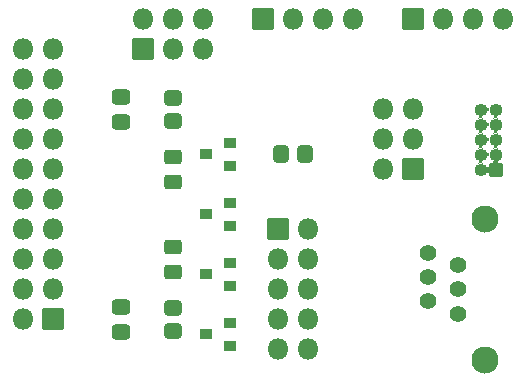
<source format=gbr>
G04 #@! TF.GenerationSoftware,KiCad,Pcbnew,(6.0.2)*
G04 #@! TF.CreationDate,2022-03-04T18:35:01+01:00*
G04 #@! TF.ProjectId,LINK,4c494e4b-2e6b-4696-9361-645f70636258,rev?*
G04 #@! TF.SameCoordinates,Original*
G04 #@! TF.FileFunction,Soldermask,Top*
G04 #@! TF.FilePolarity,Negative*
%FSLAX46Y46*%
G04 Gerber Fmt 4.6, Leading zero omitted, Abs format (unit mm)*
G04 Created by KiCad (PCBNEW (6.0.2)) date 2022-03-04 18:35:01*
%MOMM*%
%LPD*%
G01*
G04 APERTURE LIST*
G04 Aperture macros list*
%AMRoundRect*
0 Rectangle with rounded corners*
0 $1 Rounding radius*
0 $2 $3 $4 $5 $6 $7 $8 $9 X,Y pos of 4 corners*
0 Add a 4 corners polygon primitive as box body*
4,1,4,$2,$3,$4,$5,$6,$7,$8,$9,$2,$3,0*
0 Add four circle primitives for the rounded corners*
1,1,$1+$1,$2,$3*
1,1,$1+$1,$4,$5*
1,1,$1+$1,$6,$7*
1,1,$1+$1,$8,$9*
0 Add four rect primitives between the rounded corners*
20,1,$1+$1,$2,$3,$4,$5,0*
20,1,$1+$1,$4,$5,$6,$7,0*
20,1,$1+$1,$6,$7,$8,$9,0*
20,1,$1+$1,$8,$9,$2,$3,0*%
G04 Aperture macros list end*
%ADD10RoundRect,0.301000X-0.450000X0.350000X-0.450000X-0.350000X0.450000X-0.350000X0.450000X0.350000X0*%
%ADD11RoundRect,0.301000X-0.450000X0.325000X-0.450000X-0.325000X0.450000X-0.325000X0.450000X0.325000X0*%
%ADD12RoundRect,0.301000X0.450000X-0.325000X0.450000X0.325000X-0.450000X0.325000X-0.450000X-0.325000X0*%
%ADD13O,1.802000X1.802000*%
%ADD14RoundRect,0.051000X-0.850000X-0.850000X0.850000X-0.850000X0.850000X0.850000X-0.850000X0.850000X0*%
%ADD15RoundRect,0.051000X0.850000X-0.850000X0.850000X0.850000X-0.850000X0.850000X-0.850000X-0.850000X0*%
%ADD16RoundRect,0.051000X0.500000X0.500000X-0.500000X0.500000X-0.500000X-0.500000X0.500000X-0.500000X0*%
%ADD17O,1.102000X1.102000*%
%ADD18RoundRect,0.301000X0.475000X-0.337500X0.475000X0.337500X-0.475000X0.337500X-0.475000X-0.337500X0*%
%ADD19RoundRect,0.301000X-0.475000X0.337500X-0.475000X-0.337500X0.475000X-0.337500X0.475000X0.337500X0*%
%ADD20RoundRect,0.301000X0.450000X-0.350000X0.450000X0.350000X-0.450000X0.350000X-0.450000X-0.350000X0*%
%ADD21C,2.300000*%
%ADD22C,1.402000*%
%ADD23RoundRect,0.051000X0.850000X0.850000X-0.850000X0.850000X-0.850000X-0.850000X0.850000X-0.850000X0*%
%ADD24RoundRect,0.051000X0.450000X0.400000X-0.450000X0.400000X-0.450000X-0.400000X0.450000X-0.400000X0*%
%ADD25RoundRect,0.301000X0.350000X0.450000X-0.350000X0.450000X-0.350000X-0.450000X0.350000X-0.450000X0*%
G04 APERTURE END LIST*
D10*
X137160000Y-72660000D03*
X137160000Y-74660000D03*
D11*
X137160000Y-85335000D03*
X137160000Y-87385000D03*
D12*
X137160000Y-79765000D03*
X137160000Y-77715000D03*
D13*
X124460000Y-68580000D03*
X127000000Y-68580000D03*
X124460000Y-71120000D03*
X127000000Y-71120000D03*
X124460000Y-73660000D03*
X127000000Y-73660000D03*
X124460000Y-76200000D03*
X127000000Y-76200000D03*
X124460000Y-78740000D03*
X127000000Y-78740000D03*
X124460000Y-81280000D03*
X127000000Y-81280000D03*
X124460000Y-83820000D03*
X127000000Y-83820000D03*
X124460000Y-86360000D03*
X127000000Y-86360000D03*
X124460000Y-88900000D03*
X127000000Y-88900000D03*
X124460000Y-91440000D03*
D14*
X127000000Y-91440000D03*
D15*
X144780000Y-66040000D03*
D13*
X147320000Y-66040000D03*
X149860000Y-66040000D03*
X152400000Y-66040000D03*
D16*
X164455000Y-78750000D03*
D17*
X163185000Y-78750000D03*
X164455000Y-77480000D03*
X163185000Y-77480000D03*
X164455000Y-76210000D03*
X163185000Y-76210000D03*
X164455000Y-74940000D03*
X163185000Y-74940000D03*
X164455000Y-73670000D03*
X163185000Y-73670000D03*
D18*
X132715000Y-92477500D03*
X132715000Y-90402500D03*
D19*
X132715000Y-72622500D03*
X132715000Y-74697500D03*
D15*
X157480000Y-66040000D03*
D13*
X160020000Y-66040000D03*
X162560000Y-66040000D03*
X165100000Y-66040000D03*
D20*
X137160000Y-92440000D03*
X137160000Y-90440000D03*
D21*
X163590000Y-82900000D03*
X163590000Y-94900000D03*
D22*
X158750000Y-85840000D03*
X161290000Y-86860000D03*
X158750000Y-87880000D03*
X161290000Y-88900000D03*
X158750000Y-89920000D03*
X161290000Y-90940000D03*
D23*
X157480000Y-78740000D03*
D13*
X154940000Y-78740000D03*
X157480000Y-76200000D03*
X154940000Y-76200000D03*
X157480000Y-73660000D03*
X154940000Y-73660000D03*
D14*
X146050000Y-83820000D03*
D13*
X148590000Y-83820000D03*
X146050000Y-86360000D03*
X148590000Y-86360000D03*
X146050000Y-88900000D03*
X148590000Y-88900000D03*
X146050000Y-91440000D03*
X148590000Y-91440000D03*
X146050000Y-93980000D03*
X148590000Y-93980000D03*
D24*
X141970000Y-93660000D03*
X141970000Y-91760000D03*
X139970000Y-92710000D03*
X141970000Y-88580000D03*
X141970000Y-86680000D03*
X139970000Y-87630000D03*
X141970000Y-83500000D03*
X141970000Y-81600000D03*
X139970000Y-82550000D03*
X141970000Y-78420000D03*
X141970000Y-76520000D03*
X139970000Y-77470000D03*
D15*
X134635000Y-68585000D03*
D13*
X134635000Y-66045000D03*
X137175000Y-68585000D03*
X137175000Y-66045000D03*
X139715000Y-68585000D03*
X139715000Y-66045000D03*
D25*
X148320000Y-77470000D03*
X146320000Y-77470000D03*
G36*
X163905212Y-78427842D02*
G01*
X163906000Y-78429433D01*
X163906000Y-79071633D01*
X163905000Y-79073365D01*
X163903000Y-79073365D01*
X163902081Y-79072196D01*
X163882405Y-79005184D01*
X163830062Y-78959829D01*
X163761509Y-78949972D01*
X163698462Y-78978765D01*
X163679514Y-79005331D01*
X163677694Y-79006161D01*
X163676719Y-79005794D01*
X163676329Y-79005514D01*
X163667444Y-79017878D01*
X163665621Y-79018701D01*
X163663997Y-79017534D01*
X163663972Y-79015946D01*
X163715276Y-78892087D01*
X163733983Y-78750000D01*
X163715276Y-78607913D01*
X163666217Y-78489473D01*
X163666478Y-78487490D01*
X163668326Y-78486725D01*
X163669713Y-78487575D01*
X163677472Y-78498864D01*
X163731422Y-78542765D01*
X163800249Y-78550496D01*
X163862328Y-78519790D01*
X163898038Y-78460253D01*
X163902016Y-78429179D01*
X163903228Y-78427588D01*
X163905212Y-78427842D01*
G37*
G36*
X163042913Y-78010276D02*
G01*
X163185000Y-78028983D01*
X163327087Y-78010276D01*
X163409489Y-77976144D01*
X163411472Y-77976405D01*
X163412237Y-77978253D01*
X163411153Y-77979779D01*
X163359595Y-78005710D01*
X163308777Y-78053204D01*
X163291776Y-78120345D01*
X163313772Y-78186015D01*
X163367960Y-78229513D01*
X163381969Y-78234131D01*
X163382279Y-78234262D01*
X163417005Y-78252648D01*
X163418068Y-78254343D01*
X163417132Y-78256110D01*
X163415304Y-78256264D01*
X163327087Y-78219724D01*
X163185000Y-78201017D01*
X163042913Y-78219724D01*
X162957563Y-78255077D01*
X162955580Y-78254816D01*
X162954815Y-78252968D01*
X162955881Y-78251452D01*
X163004002Y-78226615D01*
X163003818Y-78226258D01*
X163003912Y-78224260D01*
X163004599Y-78223606D01*
X163046886Y-78199323D01*
X163078767Y-78137836D01*
X163072345Y-78068878D01*
X163029590Y-78014249D01*
X162989165Y-77995275D01*
X162981989Y-77993393D01*
X162981542Y-77993216D01*
X162950144Y-77976168D01*
X162949099Y-77974462D01*
X162950053Y-77972705D01*
X162951863Y-77972562D01*
X163042913Y-78010276D01*
G37*
G36*
X164707304Y-77965705D02*
G01*
X164708069Y-77967553D01*
X164707452Y-77968753D01*
X164661733Y-78011482D01*
X164644732Y-78078623D01*
X164666728Y-78144293D01*
X164720814Y-78187709D01*
X164767948Y-78197038D01*
X164769453Y-78198355D01*
X164769065Y-78200317D01*
X164767560Y-78201000D01*
X164142562Y-78201000D01*
X164140830Y-78200000D01*
X164140830Y-78198000D01*
X164141999Y-78197081D01*
X164209011Y-78177405D01*
X164254366Y-78125062D01*
X164264223Y-78056509D01*
X164235405Y-77993407D01*
X164207194Y-77970729D01*
X164206471Y-77968864D01*
X164207724Y-77967305D01*
X164209212Y-77967322D01*
X164312913Y-78010276D01*
X164455000Y-78028983D01*
X164597087Y-78010276D01*
X164705321Y-77965444D01*
X164707304Y-77965705D01*
G37*
G36*
X163707126Y-77307952D02*
G01*
X163746629Y-77360254D01*
X163811626Y-77384179D01*
X163879236Y-77369167D01*
X163927969Y-77320016D01*
X163929898Y-77319490D01*
X163931319Y-77320898D01*
X163931237Y-77322189D01*
X163924724Y-77337913D01*
X163906017Y-77480000D01*
X163924724Y-77622087D01*
X163936686Y-77650967D01*
X163936425Y-77652950D01*
X163934577Y-77653715D01*
X163933230Y-77652921D01*
X163894662Y-77600731D01*
X163829921Y-77576125D01*
X163762156Y-77590428D01*
X163712713Y-77639262D01*
X163710980Y-77642906D01*
X163709333Y-77644041D01*
X163707527Y-77643182D01*
X163707326Y-77641282D01*
X163715276Y-77622087D01*
X163733983Y-77480000D01*
X163715276Y-77337913D01*
X163703682Y-77309922D01*
X163703943Y-77307939D01*
X163705791Y-77307174D01*
X163707126Y-77307952D01*
G37*
G36*
X163042913Y-76740276D02*
G01*
X163185000Y-76758983D01*
X163327087Y-76740276D01*
X163409489Y-76706144D01*
X163411472Y-76706405D01*
X163412237Y-76708253D01*
X163411153Y-76709779D01*
X163359595Y-76735710D01*
X163308777Y-76783204D01*
X163291776Y-76850345D01*
X163313772Y-76916015D01*
X163367960Y-76959513D01*
X163381969Y-76964131D01*
X163382279Y-76964262D01*
X163417005Y-76982648D01*
X163418068Y-76984343D01*
X163417132Y-76986110D01*
X163415304Y-76986264D01*
X163327087Y-76949724D01*
X163185000Y-76931017D01*
X163042913Y-76949724D01*
X162957563Y-76985077D01*
X162955580Y-76984816D01*
X162954815Y-76982968D01*
X162955881Y-76981452D01*
X163004002Y-76956615D01*
X163003818Y-76956258D01*
X163003912Y-76954260D01*
X163004599Y-76953606D01*
X163046886Y-76929323D01*
X163078767Y-76867836D01*
X163072345Y-76798878D01*
X163029590Y-76744249D01*
X162989165Y-76725275D01*
X162981989Y-76723393D01*
X162981542Y-76723216D01*
X162950144Y-76706168D01*
X162949099Y-76704462D01*
X162950053Y-76702705D01*
X162951863Y-76702562D01*
X163042913Y-76740276D01*
G37*
G36*
X164312913Y-76740276D02*
G01*
X164455000Y-76758983D01*
X164597087Y-76740276D01*
X164679489Y-76706144D01*
X164681472Y-76706405D01*
X164682237Y-76708253D01*
X164681153Y-76709779D01*
X164629595Y-76735710D01*
X164578777Y-76783204D01*
X164561776Y-76850345D01*
X164583772Y-76916015D01*
X164637960Y-76959513D01*
X164651969Y-76964131D01*
X164652279Y-76964262D01*
X164687005Y-76982648D01*
X164688068Y-76984343D01*
X164687132Y-76986110D01*
X164685304Y-76986264D01*
X164597087Y-76949724D01*
X164455000Y-76931017D01*
X164312913Y-76949724D01*
X164227563Y-76985077D01*
X164225580Y-76984816D01*
X164224815Y-76982968D01*
X164225881Y-76981452D01*
X164274002Y-76956615D01*
X164273818Y-76956258D01*
X164273912Y-76954260D01*
X164274599Y-76953606D01*
X164316886Y-76929323D01*
X164348767Y-76867836D01*
X164342345Y-76798878D01*
X164299590Y-76744249D01*
X164259165Y-76725275D01*
X164251989Y-76723393D01*
X164251542Y-76723216D01*
X164220144Y-76706168D01*
X164219099Y-76704462D01*
X164220053Y-76702705D01*
X164221863Y-76702562D01*
X164312913Y-76740276D01*
G37*
G36*
X163707126Y-76037952D02*
G01*
X163746629Y-76090254D01*
X163811626Y-76114179D01*
X163879236Y-76099167D01*
X163927969Y-76050016D01*
X163929898Y-76049490D01*
X163931319Y-76050898D01*
X163931237Y-76052189D01*
X163924724Y-76067913D01*
X163906017Y-76210000D01*
X163924724Y-76352087D01*
X163936686Y-76380967D01*
X163936425Y-76382950D01*
X163934577Y-76383715D01*
X163933230Y-76382921D01*
X163894662Y-76330731D01*
X163829921Y-76306125D01*
X163762156Y-76320428D01*
X163712713Y-76369262D01*
X163710980Y-76372906D01*
X163709333Y-76374041D01*
X163707527Y-76373182D01*
X163707326Y-76371282D01*
X163715276Y-76352087D01*
X163733983Y-76210000D01*
X163715276Y-76067913D01*
X163703682Y-76039922D01*
X163703943Y-76037939D01*
X163705791Y-76037174D01*
X163707126Y-76037952D01*
G37*
G36*
X164312913Y-75470276D02*
G01*
X164455000Y-75488983D01*
X164597087Y-75470276D01*
X164679489Y-75436144D01*
X164681472Y-75436405D01*
X164682237Y-75438253D01*
X164681153Y-75439779D01*
X164629595Y-75465710D01*
X164578777Y-75513204D01*
X164561776Y-75580345D01*
X164583772Y-75646015D01*
X164637960Y-75689513D01*
X164651969Y-75694131D01*
X164652279Y-75694262D01*
X164687005Y-75712648D01*
X164688068Y-75714343D01*
X164687132Y-75716110D01*
X164685304Y-75716264D01*
X164597087Y-75679724D01*
X164455000Y-75661017D01*
X164312913Y-75679724D01*
X164227563Y-75715077D01*
X164225580Y-75714816D01*
X164224815Y-75712968D01*
X164225881Y-75711452D01*
X164274002Y-75686615D01*
X164273818Y-75686258D01*
X164273912Y-75684260D01*
X164274599Y-75683606D01*
X164316886Y-75659323D01*
X164348767Y-75597836D01*
X164342345Y-75528878D01*
X164299590Y-75474249D01*
X164259165Y-75455275D01*
X164251989Y-75453393D01*
X164251542Y-75453216D01*
X164220144Y-75436168D01*
X164219099Y-75434462D01*
X164220053Y-75432705D01*
X164221863Y-75432562D01*
X164312913Y-75470276D01*
G37*
G36*
X163042913Y-75470276D02*
G01*
X163185000Y-75488983D01*
X163327087Y-75470276D01*
X163409489Y-75436144D01*
X163411472Y-75436405D01*
X163412237Y-75438253D01*
X163411153Y-75439779D01*
X163359595Y-75465710D01*
X163308777Y-75513204D01*
X163291776Y-75580345D01*
X163313772Y-75646015D01*
X163367960Y-75689513D01*
X163381969Y-75694131D01*
X163382279Y-75694262D01*
X163417005Y-75712648D01*
X163418068Y-75714343D01*
X163417132Y-75716110D01*
X163415304Y-75716264D01*
X163327087Y-75679724D01*
X163185000Y-75661017D01*
X163042913Y-75679724D01*
X162957563Y-75715077D01*
X162955580Y-75714816D01*
X162954815Y-75712968D01*
X162955881Y-75711452D01*
X163004002Y-75686615D01*
X163003818Y-75686258D01*
X163003912Y-75684260D01*
X163004599Y-75683606D01*
X163046886Y-75659323D01*
X163078767Y-75597836D01*
X163072345Y-75528878D01*
X163029590Y-75474249D01*
X162989165Y-75455275D01*
X162981989Y-75453393D01*
X162981542Y-75453216D01*
X162950144Y-75436168D01*
X162949099Y-75434462D01*
X162950053Y-75432705D01*
X162951863Y-75432562D01*
X163042913Y-75470276D01*
G37*
G36*
X163707126Y-74767952D02*
G01*
X163746629Y-74820254D01*
X163811626Y-74844179D01*
X163879236Y-74829167D01*
X163927969Y-74780016D01*
X163929898Y-74779490D01*
X163931319Y-74780898D01*
X163931237Y-74782189D01*
X163924724Y-74797913D01*
X163906017Y-74940000D01*
X163924724Y-75082087D01*
X163936686Y-75110967D01*
X163936425Y-75112950D01*
X163934577Y-75113715D01*
X163933230Y-75112921D01*
X163894662Y-75060731D01*
X163829921Y-75036125D01*
X163762156Y-75050428D01*
X163712713Y-75099262D01*
X163710980Y-75102906D01*
X163709333Y-75104041D01*
X163707527Y-75103182D01*
X163707326Y-75101282D01*
X163715276Y-75082087D01*
X163733983Y-74940000D01*
X163715276Y-74797913D01*
X163703682Y-74769922D01*
X163703943Y-74767939D01*
X163705791Y-74767174D01*
X163707126Y-74767952D01*
G37*
G36*
X164312913Y-74200276D02*
G01*
X164455000Y-74218983D01*
X164597087Y-74200276D01*
X164679489Y-74166144D01*
X164681472Y-74166405D01*
X164682237Y-74168253D01*
X164681153Y-74169779D01*
X164629595Y-74195710D01*
X164578777Y-74243204D01*
X164561776Y-74310345D01*
X164583772Y-74376015D01*
X164637960Y-74419513D01*
X164651969Y-74424131D01*
X164652279Y-74424262D01*
X164687005Y-74442648D01*
X164688068Y-74444343D01*
X164687132Y-74446110D01*
X164685304Y-74446264D01*
X164597087Y-74409724D01*
X164455000Y-74391017D01*
X164312913Y-74409724D01*
X164227563Y-74445077D01*
X164225580Y-74444816D01*
X164224815Y-74442968D01*
X164225881Y-74441452D01*
X164274002Y-74416615D01*
X164273818Y-74416258D01*
X164273912Y-74414260D01*
X164274599Y-74413606D01*
X164316886Y-74389323D01*
X164348767Y-74327836D01*
X164342345Y-74258878D01*
X164299590Y-74204249D01*
X164259165Y-74185275D01*
X164251989Y-74183393D01*
X164251542Y-74183216D01*
X164220144Y-74166168D01*
X164219099Y-74164462D01*
X164220053Y-74162705D01*
X164221863Y-74162562D01*
X164312913Y-74200276D01*
G37*
G36*
X163042913Y-74200276D02*
G01*
X163185000Y-74218983D01*
X163327087Y-74200276D01*
X163409489Y-74166144D01*
X163411472Y-74166405D01*
X163412237Y-74168253D01*
X163411153Y-74169779D01*
X163359595Y-74195710D01*
X163308777Y-74243204D01*
X163291776Y-74310345D01*
X163313772Y-74376015D01*
X163367960Y-74419513D01*
X163381969Y-74424131D01*
X163382279Y-74424262D01*
X163417005Y-74442648D01*
X163418068Y-74444343D01*
X163417132Y-74446110D01*
X163415304Y-74446264D01*
X163327087Y-74409724D01*
X163185000Y-74391017D01*
X163042913Y-74409724D01*
X162957563Y-74445077D01*
X162955580Y-74444816D01*
X162954815Y-74442968D01*
X162955881Y-74441452D01*
X163004002Y-74416615D01*
X163003818Y-74416258D01*
X163003912Y-74414260D01*
X163004599Y-74413606D01*
X163046886Y-74389323D01*
X163078767Y-74327836D01*
X163072345Y-74258878D01*
X163029590Y-74204249D01*
X162989165Y-74185275D01*
X162981989Y-74183393D01*
X162981542Y-74183216D01*
X162950144Y-74166168D01*
X162949099Y-74164462D01*
X162950053Y-74162705D01*
X162951863Y-74162562D01*
X163042913Y-74200276D01*
G37*
G36*
X163707126Y-73497952D02*
G01*
X163746629Y-73550254D01*
X163811626Y-73574179D01*
X163879236Y-73559167D01*
X163927969Y-73510016D01*
X163929898Y-73509490D01*
X163931319Y-73510898D01*
X163931237Y-73512189D01*
X163924724Y-73527913D01*
X163906017Y-73670000D01*
X163924724Y-73812087D01*
X163936686Y-73840967D01*
X163936425Y-73842950D01*
X163934577Y-73843715D01*
X163933230Y-73842921D01*
X163894662Y-73790731D01*
X163829921Y-73766125D01*
X163762156Y-73780428D01*
X163712713Y-73829262D01*
X163710980Y-73832906D01*
X163709333Y-73834041D01*
X163707527Y-73833182D01*
X163707326Y-73831282D01*
X163715276Y-73812087D01*
X163733983Y-73670000D01*
X163715276Y-73527913D01*
X163703682Y-73499922D01*
X163703943Y-73497939D01*
X163705791Y-73497174D01*
X163707126Y-73497952D01*
G37*
M02*

</source>
